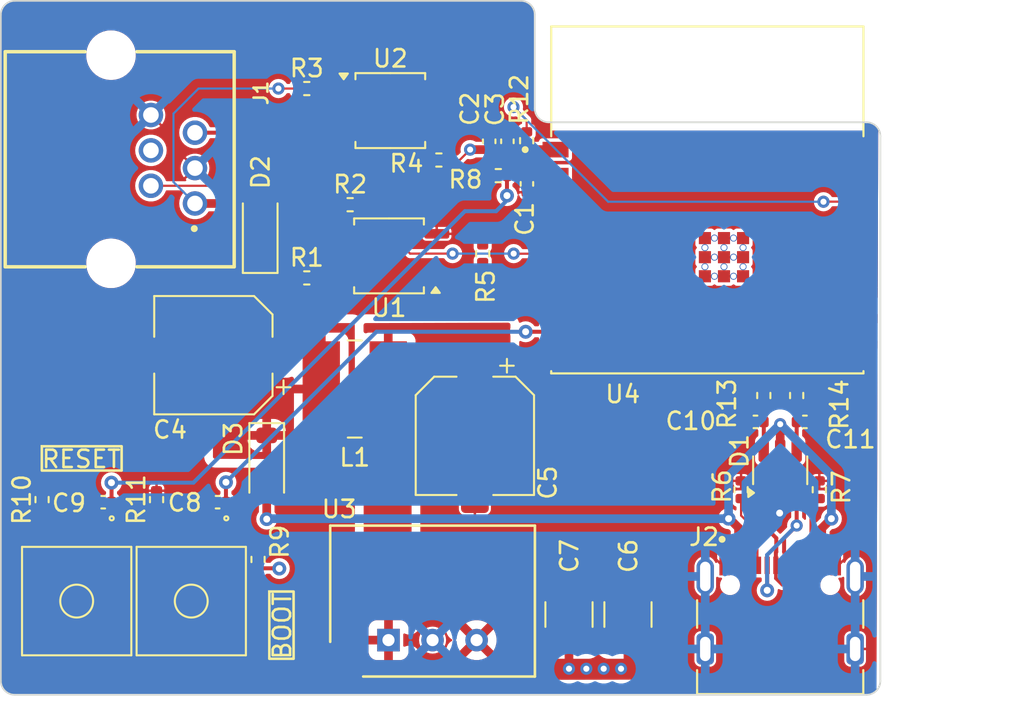
<source format=kicad_pcb>
(kicad_pcb (version 20221018) (generator pcbnew)
  (layers (0 "F.Cu" signal) (1 "In1.Cu" signal) (2 "In2.Cu" signal) (31 "B.Cu" signal) (34 "B.Paste" user) (35 "F.Paste" user) (36 "B.SilkS" user "B.Silkscreen") (37 "F.SilkS" user "F.Silkscreen") (38 "B.Mask" user) (39 "F.Mask" user) (44 "Edge.Cuts" user))
  (net 0 "")
  (net 1 "+3V3")
  (net 2 "GND")
  (net 3 "/EN")
  (net 4 "/BOOT")
  (net 5 "Net-(C10-Pad1)")
  (net 6 "Net-(C11-Pad1)")
  (net 7 "VBUS")
  (net 8 "/D+")
  (net 9 "+5V")
  (net 10 "/D-")
  (net 12 "/REQ")
  (net 13 "Net-(J2-CC1)")
  (net 15 "Net-(J2-CC2)")
  (net 17 "Net-(R1-Pad2)")
  (net 18 "Net-(R3-Pad2)")
  (net 19 "Net-(D2-K)")
  (net 20 "/~{DATA}")
  (net 22 "/RX")
  (net 23 "/RTS")
  (net 24 "Net-(R5-Pad2)")
  (net 31 "Net-(U4-IO2)")
  (net 34 "Net-(U3-VIN)")
  (net 36 "Net-(R11-Pad1)")
  (net 39 "Net-(R10-Pad1)")
  (net 41 "/DA+")
  (net 42 "/DA-")
  (footprint "Resistor_SMD:R_0402_1005Metric" (layer "F.Cu") (at 123.26 70.06 90)
    (fp_text reference "R12" (at 2.38 -0.43 90) (layer "F.SilkS"))
    (fp_text value "10K")
    (pad "1" smd roundrect (at -0.51 0 90) (size 0.54 0.64) (layers "F.Cu" "F.Paste" "F.Mask") (net 1 "+3V3"))
    (pad "2" smd roundrect (at 0.51 0 90) (size 0.54 0.64) (layers "F.Cu" "F.Paste" "F.Mask") (net 31 "Net-(U4-IO2)"))
  )
  (footprint "manul_tech:KSEM31JLFS" (layer "F.Cu") (at 97.32 96.6 -90)
    (fp_text reference "SW1")
    (fp_text value "KSEM31JLFS")
    (pad "1" smd rect (at -2.9 -2 270) (size 2.8 1) (layers "F.Cu" "F.Paste" "F.Mask") (net 3 "/EN"))
    (pad "2" smd rect (at 2.9 -2 270) (size 2.8 1) (layers "F.Cu" "F.Paste" "F.Mask"))
    (pad "3" smd rect (at -2.9 2 270) (size 2.8 1) (layers "F.Cu" "F.Paste" "F.Mask") (net 39 "Net-(R10-Pad1)"))
    (pad "4" smd rect (at 2.9 2 270) (size 2.8 1) (layers "F.Cu" "F.Paste" "F.Mask"))
  )
  (footprint "Capacitor_SMD:CP_Elec_6.3x5.7" (layer "F.Cu") (at 120.275 87.075 -90)
    (fp_text reference "C5" (at 2.7 -4.2 90) (layer "F.SilkS"))
    (fp_text value "10uF")
    (pad "1" smd roundrect (at -2.7 0 270) (size 3.5 1.6) (layers "F.Cu" "F.Paste" "F.Mask") (roundrect_rratio 0.15625) (net 34 "Net-(U3-VIN)"))
    (pad "2" smd roundrect (at 2.7 0 270) (size 3.5 1.6) (layers "F.Cu" "F.Paste" "F.Mask") (roundrect_rratio 0.15625) (net 2 "GND"))
  )
  (footprint "manul_tech:KSEM31JLFS" (layer "F.Cu") (at 103.925 96.6 -90)
    (fp_text reference "SW2")
    (fp_text value "KSEM31JLFS")
    (pad "1" smd rect (at -2.9 -2 270) (size 2.8 1) (layers "F.Cu" "F.Paste" "F.Mask") (net 4 "/BOOT"))
    (pad "2" smd rect (at 2.9 -2 270) (size 2.8 1) (layers "F.Cu" "F.Paste" "F.Mask"))
    (pad "3" smd rect (at -2.9 2 270) (size 2.8 1) (layers "F.Cu" "F.Paste" "F.Mask") (net 36 "Net-(R11-Pad1)"))
    (pad "4" smd rect (at 2.9 2 270) (size 2.8 1) (layers "F.Cu" "F.Paste" "F.Mask"))
  )
  (footprint "manul_tech:615006138421" (layer "F.Cu") (at 99.8 71.13 -90)
    (fp_text reference "J1" (at -3.82 -8.15 90) (layer "F.SilkS") (effects (font (size 0.8 0.8))))
    (fp_text value "615006138421")
    (pad "" np_thru_hole circle (at -6 0.5 270) (size 2.36 2.36) (drill 2.36) (layers "*.Cu" "*.Mask"))
    (pad "" np_thru_hole circle (at 6 0.5 270) (size 2.36 2.36) (drill 2.36) (layers "*.Cu" "*.Mask"))
    (pad "1" thru_hole circle (at 2.55 -4.34 270) (size 1.408 1.408) (drill 0.9) (layers "*.Cu" "*.Mask") (net 9 "+5V"))
    (pad "2" thru_hole circle (at 1.53 -1.8 270) (size 1.408 1.408) (drill 0.9) (layers "*.Cu" "*.Mask") (net 12 "/REQ"))
    (pad "3" thru_hole circle (at 0.51 -4.34 270) (size 1.408 1.408) (drill 0.9) (layers "*.Cu" "*.Mask") (net 2 "GND"))
    (pad "4" thru_hole circle (at -0.51 -1.8 270) (size 1.408 1.408) (drill 0.9) (layers "*.Cu" "*.Mask"))
    (pad "5" thru_hole circle (at -1.53 -4.34 270) (size 1.408 1.408) (drill 0.9) (layers "*.Cu" "*.Mask") (net 20 "/~{DATA}"))
    (pad "6" thru_hole circle (at -2.55 -1.8 270) (size 1.408 1.408) (drill 0.9) (layers "*.Cu" "*.Mask") (net 2 "GND"))
  )
  (footprint "Resistor_SMD:R_0402_1005Metric" (layer "F.Cu") (at 107.775 94.2 90)
    (fp_text reference "R9" (at 1.025 1.25 90) (layer "F.SilkS"))
    (fp_text value "10K")
    (pad "1" smd roundrect (at -0.51 0 90) (size 0.54 0.64) (layers "F.Cu" "F.Paste" "F.Mask") (net 1 "+3V3"))
    (pad "2" smd roundrect (at 0.51 0 90) (size 0.54 0.64) (layers "F.Cu" "F.Paste" "F.Mask") (net 4 "/BOOT"))
  )
  (footprint "Capacitor_SMD:C_0402_1005Metric" (layer "F.Cu") (at 136.45 86.27 180)
    (fp_text reference "C10" (at 3.73 0.05) (layer "F.SilkS"))
    (fp_text value "TBD")
    (pad "1" smd roundrect (at -0.48 0 180) (size 0.56 0.62) (layers "F.Cu" "F.Paste" "F.Mask") (net 5 "Net-(C10-Pad1)"))
    (pad "2" smd roundrect (at 0.48 0 180) (size 0.56 0.62) (layers "F.Cu" "F.Paste" "F.Mask") (net 2 "GND"))
  )
  (footprint "Resistor_SMD:R_0402_1005Metric" (layer "F.Cu") (at 110.585 67.055)
    (fp_text reference "R3" (at 0 -1.17) (layer "F.SilkS"))
    (fp_text value "1K")
    (pad "1" smd roundrect (at -0.51 0) (size 0.54 0.64) (layers "F.Cu" "F.Paste" "F.Mask") (net 9 "+5V"))
    (pad "2" smd roundrect (at 0.51 0) (size 0.54 0.64) (layers "F.Cu" "F.Paste" "F.Mask") (net 18 "Net-(R3-Pad2)"))
  )
  (footprint "Capacitor_SMD:C_0402_1005Metric" (layer "F.Cu") (at 121.1 70.095 90)
    (fp_text reference "C2" (at 1.865 -1.11 90) (layer "F.SilkS"))
    (fp_text value "100nF")
    (pad "1" smd roundrect (at -0.48 0 90) (size 0.56 0.62) (layers "F.Cu" "F.Paste" "F.Mask") (net 1 "+3V3"))
    (pad "2" smd roundrect (at 0.48 0 90) (size 0.56 0.62) (layers "F.Cu" "F.Paste" "F.Mask") (net 2 "GND"))
  )
  (footprint "Resistor_SMD:R_0402_1005Metric" (layer "F.Cu") (at 138.825 84.75 90)
    (fp_text reference "R14" (at -0.52 2.465 90) (layer "F.SilkS"))
    (fp_text value "0R")
    (pad "1" smd roundrect (at -0.51 0 90) (size 0.54 0.64) (layers "F.Cu" "F.Paste" "F.Mask") (net 6 "Net-(C11-Pad1)"))
    (pad "2" smd roundrect (at 0.51 0 90) (size 0.54 0.64) (layers "F.Cu" "F.Paste" "F.Mask") (net 42 "/DA-"))
  )
  (footprint "manul_tech:MODULE_ESP32-C3-WROOM-02-H4" (layer "F.Cu") (at 133.675 73.475)
    (fp_text reference "U4" (at -4.875 11.2) (layer "F.SilkS"))
    (fp_text value "ESP32-C3-WROOM-02U-N4")
    (pad "1" smd rect (at -8.75 -2.9) (size 1.5 0.9) (layers "F.Cu" "F.Paste" "F.Mask") (net 1 "+3V3"))
    (pad "2" smd rect (at -8.75 -1.4) (size 1.5 0.9) (layers "F.Cu" "F.Paste" "F.Mask") (net 3 "/EN"))
    (pad "3" smd rect (at -8.75 0.1) (size 1.5 0.9) (layers "F.Cu" "F.Paste" "F.Mask"))
    (pad "4" smd rect (at -8.75 1.6) (size 1.5 0.9) (layers "F.Cu" "F.Paste" "F.Mask") (net 23 "/RTS"))
    (pad "5" smd rect (at -8.75 3.1) (size 1.5 0.9) (layers "F.Cu" "F.Paste" "F.Mask") (net 22 "/RX"))
    (pad "6" smd rect (at -8.75 4.6) (size 1.5 0.9) (layers "F.Cu" "F.Paste" "F.Mask"))
    (pad "7" smd rect (at -8.75 6.1) (size 1.5 0.9) (layers "F.Cu" "F.Paste" "F.Mask"))
    (pad "8" smd rect (at -8.75 7.6) (size 1.5 0.9) (layers "F.Cu" "F.Paste" "F.Mask") (net 4 "/BOOT"))
    (pad "9" smd rect (at -8.75 9.1) (size 1.5 0.9) (layers "F.Cu" "F.Paste" "F.Mask") (net 2 "GND"))
    (pad "10" smd rect (at 8.75 9.1) (size 1.5 0.9) (layers "F.Cu" "F.Paste" "F.Mask"))
    (pad "11" smd rect (at 8.75 7.6) (size 1.5 0.9) (layers "F.Cu" "F.Paste" "F.Mask"))
    (pad "12" smd rect (at 8.75 6.1) (size 1.5 0.9) (layers "F.Cu" "F.Paste" "F.Mask"))
    (pad "13" smd rect (at 8.75 4.6) (size 1.5 0.9) (layers "F.Cu" "F.Paste" "F.Mask") (net 42 "/DA-"))
    (pad "14" smd rect (at 8.75 3.1) (size 1.5 0.9) (layers "F.Cu" "F.Paste" "F.Mask") (net 41 "/DA+"))
    (pad "15" smd rect (at 8.75 1.6) (size 1.5 0.9) (layers "F.Cu" "F.Paste" "F.Mask"))
    (pad "16" smd rect (at 8.75 0.1) (size 1.5 0.9) (layers "F.Cu" "F.Paste" "F.Mask") (net 31 "Net-(U4-IO2)"))
    (pad "17" smd rect (at 8.75 -1.4) (size 1.5 0.9) (layers "F.Cu" "F.Paste" "F.Mask"))
    (pad "18" smd rect (at 8.75 -2.9) (size 1.5 0.9) (layers "F.Cu" "F.Paste" "F.Mask"))
    (pad "19" smd rect (at -0.14 2.2) (size 0.7 0.7) (layers "F.Cu" "F.Paste" "F.Mask"))
    (pad "20" smd rect (at 0.96 2.2) (size 0.7 0.7) (layers "F.Cu" "F.Paste" "F.Mask"))
    (pad "21" smd rect (at 2.06 2.2) (size 0.7 0.7) (layers "F.Cu" "F.Paste" "F.Mask"))
    (pad "22" smd rect (at -0.14 3.3) (size 0.7 0.7) (layers "F.Cu" "F.Paste" "F.Mask"))
    (pad "23" smd rect (at 0.96 3.3) (size 0.7 0.7) (layers "F.Cu" "F.Paste" "F.Mask"))
    (pad "24" smd rect (at 2.06 3.3) (size 0.7 0.7) (layers "F.Cu" "F.Paste" "F.Mask"))
    (pad "25" smd rect (at -0.14 4.4) (size 0.7 0.7) (layers "F.Cu" "F.Paste" "F.Mask"))
    (pad "26" smd rect (at 0.96 4.4) (size 0.7 0.7) (layers "F.Cu" "F.Paste" "F.Mask"))
    (pad "27" smd rect (at 2.06 4.4) (size 0.7 0.7) (layers "F.Cu" "F.Paste" "F.Mask"))
    (pad "28" thru_hole circle (at 0.41 2.2) (size 0.4 0.4) (drill 0.3) (layers "*.Cu"))
    (pad "29" thru_hole circle (at 1.51 2.2) (size 0.4 0.4) (drill 0.3) (layers "*.Cu"))
    (pad "30" thru_hole circle (at -0.14 2.75) (size 0.4 0.4) (drill 0.3) (layers "*.Cu"))
    (pad "31" thru_hole circle (at 0.96 2.75) (size 0.4 0.4) (drill 0.3) (layers "*.Cu"))
    (pad "32" thru_hole circle (at 2.06 2.75) (size 0.4 0.4) (drill 0.3) (layers "*.Cu"))
    (pad "33" thru_hole circle (at 0.41 3.3) (size 0.4 0.4) (drill 0.3) (layers "*.Cu"))
    (pad "34" thru_hole circle (at 1.51 3.3) (size 0.4 0.4) (drill 0.3) (layers "*.Cu"))
    (pad "35" thru_hole circle (at -0.14 3.85) (size 0.4 0.4) (drill 0.3) (layers "*.Cu"))
    (pad "36" thru_hole circle (at 0.96 3.85) (size 0.4 0.4) (drill 0.3) (layers "*.Cu"))
    (pad "37" thru_hole circle (at 2.06 3.85) (size 0.4 0.4) (drill 0.3) (layers "*.Cu"))
    (pad "38" thru_hole circle (at 0.41 4.4) (size 0.4 0.4) (drill 0.3) (layers "*.Cu"))
    (pad "39" thru_hole circle (at 1.51 4.4) (size 0.4 0.4) (drill 0.3) (layers "*.Cu"))
    (zone (net 0) (net_name "") (layer "F.Cu") (connect_pads (clearance 0)) (min_thickness 0.01)
      (keepout (tracks not_allowed) (vias not_allowed) (pads not_allowed) (copperpour not_allowed) (footprints allowed))
      (fill (thermal_gap 0.508) (thermal_bridge_width 0.508))
      (polygon (pts (xy 124.675 63.475) (xy 142.675 63.475) (xy 142.675 69.475) (xy 124.675 69.475)))
    )
    (zone (net 0) (net_name "") (layer "B.Cu") (connect_pads (clearance 0)) (min_thickness 0.01)
      (keepout (tracks not_allowed) (vias not_allowed) (pads not_allowed) (copperpour not_allowed) (footprints allowed))
      (fill (thermal_gap 0.508) (thermal_bridge_width 0.508))
      (polygon (pts (xy 124.675 63.475) (xy 142.675 63.475) (xy 142.675 69.475) (xy 124.675 69.475)))
    )
  )
  (footprint "Resistor_SMD:R_0402_1005Metric" (layer "F.Cu") (at 135.62 90.18 -90)
    (fp_text reference "R6" (at -0.19 1.1 90) (layer "F.SilkS"))
    (fp_text value "5.1K")
    (pad "1" smd roundrect (at -0.51 0 270) (size 0.54 0.64) (layers "F.Cu" "F.Paste" "F.Mask") (net 2 "GND"))
    (pad "2" smd roundrect (at 0.51 0 270) (size 0.54 0.64) (layers "F.Cu" "F.Paste" "F.Mask") (net 13 "Net-(J2-CC1)"))
  )
  (footprint "Resistor_SMD:R_0402_1005Metric" (layer "F.Cu") (at 136.93 84.75 90)
    (fp_text reference "R13" (at -0.48 -2.12 90) (layer "F.SilkS"))
    (fp_text value "0R")
    (pad "1" smd roundrect (at -0.51 0 90) (size 0.54 0.64) (layers "F.Cu" "F.Paste" "F.Mask") (net 5 "Net-(C10-Pad1)"))
    (pad "2" smd roundrect (at 0.51 0 90) (size 0.54 0.64) (layers "F.Cu" "F.Paste" "F.Mask") (net 41 "/DA+"))
  )
  (footprint "Package_SO:SOP-4_3.8x4.1mm_P2.54mm" (layer "F.Cu") (at 115.4 68.325)
    (fp_text reference "U2" (at 0 -3) (layer "F.SilkS"))
    (fp_text value "140357145100")
    (pad "1" smd roundrect (at -2.75 -1.27) (size 1.45 0.55) (layers "F.Cu" "F.Paste" "F.Mask") (net 18 "Net-(R3-Pad2)"))
    (pad "2" smd roundrect (at -2.75 1.27) (size 1.45 0.55) (layers "F.Cu" "F.Paste" "F.Mask") (net 20 "/~{DATA}"))
    (pad "3" smd roundrect (at 2.75 1.27) (size 1.45 0.55) (layers "F.Cu" "F.Paste" "F.Mask") (net 2 "GND"))
    (pad "4" smd roundrect (at 2.75 -1.27) (size 1.45 0.55) (layers "F.Cu" "F.Paste" "F.Mask") (net 22 "/RX"))
  )
  (footprint "Capacitor_SMD:CP_Elec_6.3x5.7" (layer "F.Cu") (at 105.2 82.425 180)
    (fp_text reference "C4" (at 2.5 -4.3) (layer "F.SilkS"))
    (fp_text value "10uF")
    (pad "1" smd roundrect (at -2.7 0 180) (size 3.5 1.6) (layers "F.Cu" "F.Paste" "F.Mask") (roundrect_rratio 0.15625) (net 19 "Net-(D2-K)"))
    (pad "2" smd roundrect (at 2.7 0 180) (size 3.5 1.6) (layers "F.Cu" "F.Paste" "F.Mask") (roundrect_rratio 0.15625) (net 2 "GND"))
  )
  (footprint "Resistor_SMD:R_0402_1005Metric" (layer "F.Cu") (at 95.325 90.75 90)
    (fp_text reference "R10" (at 0 -1.17 90) (layer "F.SilkS"))
    (fp_text value "220R")
    (pad "1" smd roundrect (at -0.51 0 90) (size 0.54 0.64) (layers "F.Cu" "F.Paste" "F.Mask") (net 39 "Net-(R10-Pad1)"))
    (pad "2" smd roundrect (at 0.51 0 90) (size 0.54 0.64) (layers "F.Cu" "F.Paste" "F.Mask") (net 2 "GND"))
  )
  (footprint "Capacitor_SMD:C_1210_3225Metric" (layer "F.Cu") (at 129.1 97.375 90)
    (fp_text reference "C6" (at 3.375 0.025 90) (layer "F.SilkS"))
    (fp_text value "22uF")
    (pad "1" smd roundrect (at -1.475 0 90) (size 1.15 2.7) (layers "F.Cu" "F.Paste" "F.Mask") (roundrect_rratio 0.217391) (net 1 "+3V3"))
    (pad "2" smd roundrect (at 1.475 0 90) (size 1.15 2.7) (layers "F.Cu" "F.Paste" "F.Mask") (roundrect_rratio 0.217391) (net 2 "GND"))
  )
  (footprint "Package_TO_SOT_SMD:SOT-23-6" (layer "F.Cu") (at 137.875 89.06 90)
    (fp_text reference "D1" (at 1.11 -2.345 90) (layer "F.SilkS"))
    (fp_text value "82400102")
    (pad "1" smd roundrect (at -1.1375 -0.95 90) (size 1.325 0.6) (layers "F.Cu" "F.Paste" "F.Mask") (net 8 "/D+"))
    (pad "2" smd roundrect (at -1.1375 0 90) (size 1.325 0.6) (layers "F.Cu" "F.Paste" "F.Mask") (net 2 "GND"))
    (pad "3" smd roundrect (at -1.1375 0.95 90) (size 1.325 0.6) (layers "F.Cu" "F.Paste" "F.Mask") (net 10 "/D-"))
    (pad "4" smd roundrect (at 1.1375 0.95 90) (size 1.325 0.6) (layers "F.Cu" "F.Paste" "F.Mask") (net 6 "Net-(C11-Pad1)"))
    (pad "5" smd roundrect (at 1.1375 0 90) (size 1.325 0.6) (layers "F.Cu" "F.Paste" "F.Mask") (net 7 "VBUS"))
    (pad "6" smd roundrect (at 1.1375 -0.95 90) (size 1.325 0.6) (layers "F.Cu" "F.Paste" "F.Mask") (net 5 "Net-(C10-Pad1)"))
  )
  (footprint "Diode_SMD:D_SOD-123" (layer "F.Cu") (at 107.9 75.325 90)
    (fp_text reference "D2" (at 3.45 0.025 90) (layer "F.SilkS"))
    (fp_text value "1N5819W")
    (pad "1" smd roundrect (at -1.65 0 90) (size 0.9 1.2) (layers "F.Cu" "F.Paste" "F.Mask") (net 19 "Net-(D2-K)"))
    (pad "2" smd roundrect (at 1.65 0 90) (size 0.9 1.2) (layers "F.Cu" "F.Paste" "F.Mask") (net 9 "+5V"))
  )
  (footprint "Inductor_SMD:L_Wuerth_WE-PD2-Typ-MS" (layer "F.Cu") (at 113.35 84.375)
    (fp_text reference "L1" (at 0 3.95) (layer "F.SilkS"))
    (fp_text value "1uH")
    (pad "1" smd rect (at -1.93 0) (size 2.15 5.5) (layers "F.Cu" "F.Paste" "F.Mask") (net 19 "Net-(D2-K)"))
    (pad "2" smd rect (at 1.93 0) (size 2.15 5.5) (layers "F.Cu" "F.Paste" "F.Mask") (net 34 "Net-(U3-VIN)"))
  )
  (footprint "Capacitor_SMD:C_0402_1005Metric" (layer "F.Cu") (at 123.275 72.55 -90)
    (fp_text reference "C1" (at 2.02 0.125 -90) (layer "F.SilkS"))
    (fp_text value "10uF")
    (pad "1" smd roundrect (at -0.48 0 270) (size 0.56 0.62) (layers "F.Cu" "F.Paste" "F.Mask") (net 3 "/EN"))
    (pad "2" smd roundrect (at 0.48 0 270) (size 0.56 0.62) (layers "F.Cu" "F.Paste" "F.Mask") (net 2 "GND"))
  )
  (footprint "Resistor_SMD:R_0402_1005Metric" (layer "F.Cu") (at 120.725 76.575 -90)
    (fp_text reference "R5" (at 1.9 -0.175 -270) (layer "F.SilkS"))
    (fp_text value "220R")
    (pad "1" smd roundrect (at -0.51 0 270) (size 0.54 0.64) (layers "F.Cu" "F.Paste" "F.Mask") (net 23 "/RTS"))
    (pad "2" smd roundrect (at 0.51 0 270) (size 0.54 0.64) (layers "F.Cu" "F.Paste" "F.Mask") (net 24 "Net-(R5-Pad2)"))
  )
  (footprint "Package_SO:SOP-4_3.8x4.1mm_P2.54mm" (layer "F.Cu") (at 115.325 76.7 180)
    (fp_text reference "U1" (at 0 -3) (layer "F.SilkS"))
    (fp_text value "140357145100")
    (pad "1" smd roundrect (at -2.75 -1.27 180) (size 1.45 0.55) (layers "F.Cu" "F.Paste" "F.Mask") (net 24 "Net-(R5-Pad2)"))
    (pad "2" smd roundrect (at -2.75 1.27 180) (size 1.45 0.55) (layers "F.Cu" "F.Paste" "F.Mask") (net 2 "GND"))
    (pad "3" smd roundrect (at 2.75 1.27 180) (size 1.45 0.55) (layers "F.Cu" "F.Paste" "F.Mask") (net 12 "/REQ"))
    (pad "4" smd roundrect (at 2.75 -1.27 180) (size 1.45 0.55) (layers "F.Cu" "F.Paste" "F.Mask") (net 17 "Net-(R1-Pad2)"))
  )
  (footprint "Resistor_SMD:R_0402_1005Metric" (layer "F.Cu") (at 140.13 90.18 90)
    (fp_text reference "R7" (at 0.14 1.27 90) (layer "F.SilkS"))
    (fp_text value "5.1K")
    (pad "1" smd roundrect (at -0.51 0 90) (size 0.54 0.64) (layers "F.Cu" "F.Paste" "F.Mask") (net 15 "Net-(J2-CC2)"))
    (pad "2" smd roundrect (at 0.51 0 90) (size 0.54 0.64) (layers "F.Cu" "F.Paste" "F.Mask") (net 2 "GND"))
  )
  (footprint "Resistor_SMD:R_0402_1005Metric" (layer "F.Cu") (at 101.925 90.75 90)
    (fp_text reference "R11" (at 0 -1.17 90) (layer "F.SilkS"))
    (fp_text value "220R")
    (pad "1" smd roundrect (at -0.51 0 90) (size 0.54 0.64) (layers "F.Cu" "F.Paste" "F.Mask") (net 36 "Net-(R11-Pad1)"))
    (pad "2" smd roundrect (at 0.51 0 90) (size 0.54 0.64) (layers "F.Cu" "F.Paste" "F.Mask") (net 2 "GND"))
  )
  (footprint "Resistor_SMD:R_0402_1005Metric" (layer "F.Cu") (at 110.585 77.97)
    (fp_text reference "R1" (at 0 -1.17) (layer "F.SilkS"))
    (fp_text value "10K")
    (pad "1" smd roundrect (at -0.51 0) (size 0.54 0.64) (layers "F.Cu" "F.Paste" "F.Mask") (net 9 "+5V"))
    (pad "2" smd roundrect (at 0.51 0) (size 0.54 0.64) (layers "F.Cu" "F.Paste" "F.Mask") (net 17 "Net-(R1-Pad2)"))
  )
  (footprint "Resistor_SMD:R_0402_1005Metric" (layer "F.Cu") (at 113.085 73.75)
    (fp_text reference "R2" (at 0 -1.17) (layer "F.SilkS"))
    (fp_text value "1M")
    (pad "1" smd roundrect (at -0.51 0) (size 0.54 0.64) (layers "F.Cu" "F.Paste" "F.Mask") (net 12 "/REQ"))
    (pad "2" smd roundrect (at 0.51 0) (size 0.54 0.64) (layers "F.Cu" "F.Paste" "F.Mask") (net 2 "GND"))
  )
  (footprint "manul_tech:SIP3_11.6x8.5mm" (layer "F.Cu") (at 115.295 98.85)
    (fp_text reference "U3" (at -2.845 -7.55) (layer "F.SilkS"))
    (fp_text value "173950336")
    (pad "1" thru_hole rect (at 0 0 270) (size 1.3 1.3) (drill 0.7) (layers "*.Cu" "*.Mask") (net 34 "Net-(U3-VIN)"))
    (pad "2" thru_hole circle (at 2.54 0 180) (size 1.3 1.3) (drill 0.7) (layers "*.Cu" "*.Mask") (net 2 "GND"))
    (pad "3" thru_hole circle (at 5.08 0 270) (size 1.3 1.3) (drill 0.7) (layers "*.Cu" "*.Mask") (net 1 "+3V3"))
  )
  (footprint "Capacitor_SMD:C_0402_1005Metric" (layer "F.Cu") (at 122.15 70.095 90)
    (fp_text reference "C3" (at 1.845 -0.72 270) (layer "F.SilkS"))
    (fp_text value "10uF")
    (pad "1" smd roundrect (at -0.48 0 90) (size 0.56 0.62) (layers "F.Cu" "F.Paste" "F.Mask") (net 1 "+3V3"))
    (pad "2" smd roundrect (at 0.48 0 90) (size 0.56 0.62) (layers "F.Cu" "F.Paste" "F.Mask") (net 2 "GND"))
  )
  (footprint "Capacitor_SMD:C_0402_1005Metric" (layer "F.Cu") (at 105.445 90.9)
    (fp_text reference "C8" (at -1.895 0.025) (layer "F.SilkS"))
    (fp_text value "100nF")
    (pad "1" smd roundrect (at -0.48 0) (size 0.56 0.62) (layers "F.Cu" "F.Paste" "F.Mask") (net 2 "GND"))
    (pad "2" smd roundrect (at 0.48 0) (size 0.56 0.62) (layers "F.Cu" "F.Paste" "F.Mask") (net 4 "/BOOT"))
  )
  (footprint "manul_tech:629722000214" (layer "F.Cu") (at 137.875 99.36)
    (fp_text reference "J2" (at -4.39 -6.455) (layer "F.SilkS"))
    (fp_text value "629722000214")
    (pad "" np_thru_hole circle (at -2.89 -3.68) (size 0.65 0.65) (drill 0.65) (layers "*.Cu" "*.Mask"))
    (pad "" np_thru_hole circle (at 2.89 -3.68) (size 0.65 0.65) (drill 0.65) (layers "*.Cu" "*.Mask"))
    (pad "A1" smd custom (at -3.35 -4.82) (size 0.3 1) (layers "F.Cu") (net 2 "GND") (options (clearance outline) (anchor rect)) (primitives (gr_poly (pts (xy -0.15 -0.575) (xy -0.15 0.575) (xy 0.45 0.575) (xy 0.45 -0.575)) (width 0.01) (fill yes))))
    (pad "A4" smd custom (at -2.55 -4.82) (size 0.3 1) (layers "F.Cu") (net 7 "VBUS") (options (clearance outline) (anchor rect)) (primitives (gr_poly (pts (xy -0.15 -0.575) (xy -0.15 0.575) (xy 0.45 0.575) (xy 0.45 -0.575)) (width 0.01) (fill yes))))
    (pad "A5" smd rect (at -1.25 -4.82) (size 0.3 1) (layers "F.Cu" "F.Paste" "F.Mask") (net 13 "Net-(J2-CC1)"))
    (pad "A6" smd rect (at -0.25 -4.82) (size 0.3 1) (layers "F.Cu" "F.Paste" "F.Mask") (net 8 "/D+"))
    (pad "A7" smd rect (at 0.25 -4.82) (size 0.3 1) (layers "F.Cu" "F.Paste" "F.Mask") (net 10 "/D-"))
    (pad "A8" smd rect (at 1.25 -4.82) (size 0.3 1) (layers "F.Cu" "F.Paste" "F.Mask"))
    (pad "A9" smd custom (at 2.55 -4.82) (size 0.3 1) (layers "F.Cu") (net 7 "VBUS") (options (clearance outline) (anchor rect)) (primitives (gr_poly (pts (xy -0.45 -0.575) (xy -0.45 0.575) (xy 0.15 0.575) (xy 0.15 -0.575)) (width 0.01) (fill yes))))
    (pad "A12" smd custom (at 3.35 -4.82) (size 0.3 1) (layers "F.Cu") (net 2 "GND") (options (clearance outline) (anchor rect)) (primitives (gr_poly (pts (xy -0.45 -0.575) (xy -0.45 0.575) (xy 0.15 0.575) (xy 0.15 -0.575)) (width 0.01) (fill yes))))
    (pad "B5" smd rect (at 1.75 -4.82) (size 0.3 1) (layers "F.Cu" "F.Paste" "F.Mask") (net 15 "Net-(J2-CC2)"))
    (pad "B6" smd rect (at 0.75 -4.82) (size 0.3 1) (layers "F.Cu" "F.Paste" "F.Mask") (net 8 "/D+"))
    (pad "B7" smd rect (at -0.75 -4.82) (size 0.3 1) (layers "F.Cu" "F.Paste" "F.Mask") (net 10 "/D-"))
    (pad "B8" smd rect (at -1.75 -4.82) (size 0.3 1) (layers "F.Cu" "F.Paste" "F.Mask"))
    (pad "S1" thru_hole oval (at -4.32 -4.18) (size 1 2.1) (drill oval 0.6 1.7) (layers "*.Cu" "*.Mask") (net 2 "GND"))
    (pad "S2" thru_hole oval (at 4.32 -4.18) (size 1 2.1) (drill oval 0.6 1.7) (layers "*.Cu" "*.Mask") (net 2 "GND"))
    (pad "S3" thru_hole roundrect (at -4.32 0) (size 1 1.8) (drill oval 0.6 1.4) (layers "*.Cu" "*.Mask") (net 2 "GND"))
    (pad "S4" thru_hole roundrect (at 4.32 0) (size 1 1.8) (drill oval 0.6 1.4) (layers "*.Cu" "*.Mask") (net 2 "GND"))
  )
  (footprint "Capacitor_SMD:C_1210_3225Metric" (layer "F.Cu") (at 125.7 97.375 90)
    (fp_text reference "C7" (at 3.375 0.025 90) (layer "F.SilkS"))
    (fp_text value "22uF")
    (pad "1" smd roundrect (at -1.475 0 90) (size 1.15 2.7) (layers "F.Cu" "F.Paste" "F.Mask") (roundrect_rratio 0.217391) (net 1 "+3V3"))
    (pad "2" smd roundrect (at 1.475 0 90) (size 1.15 2.7) (layers "F.Cu" "F.Paste" "F.Mask") (roundrect_rratio 0.217391) (net 2 "GND"))
  )
  (footprint "Diode_SMD:D_SOD-123" (layer "F.Cu") (at 108.275 88.7 -90)
    (fp_text reference "D3" (at -1.45 1.925 90) (layer "F.SilkS"))
    (fp_text value "1N5819W")
    (pad "1" smd roundrect (at -1.65 0 270) (size 0.9 1.2) (layers "F.Cu" "F.Paste" "F.Mask") (net 19 "Net-(D2-K)"))
    (pad "2" smd roundrect (at 1.65 0 270) (size 0.9 1.2) (layers "F.Cu" "F.Paste" "F.Mask") (net 7 "VBUS"))
  )
  (footprint "Capacitor_SMD:C_0402_1005Metric" (layer "F.Cu") (at 139.3 86.27)
    (fp_text reference "C11" (at 2.62 1.01) (layer "F.SilkS"))
    (fp_text value "TBD")
    (pad "1" smd roundrect (at -0.48 0) (size 0.56 0.62) (layers "F.Cu" "F.Paste" "F.Mask") (net 6 "Net-(C11-Pad1)"))
    (pad "2" smd roundrect (at 0.48 0) (size 0.56 0.62) (layers "F.Cu" "F.Paste" "F.Mask") (net 2 "GND"))
  )
  (footprint "Capacitor_SMD:C_0402_1005Metric" (layer "F.Cu") (at 98.85 90.9)
    (fp_text reference "C9" (at -1.975 0.05) (layer "F.SilkS"))
    (fp_text value "100nF")
    (pad "1" smd roundrect (at -0.48 0) (size 0.56 0.62) (layers "F.Cu" "F.Paste" "F.Mask") (net 2 "GND"))
    (pad "2" smd roundrect (at 0.48 0) (size 0.56 0.62) (layers "F.Cu" "F.Paste" "F.Mask") (net 3 "/EN"))
  )
  (footprint "Resistor_SMD:R_0402_1005Metric" (layer "F.Cu") (at 118.2 71.175 180)
    (fp_text reference "R4" (at 1.87 -0.205) (layer "F.SilkS"))
    (fp_text value "10K")
    (pad "1" smd roundrect (at -0.51 0 180) (size 0.54 0.64) (layers "F.Cu" "F.Paste" "F.Mask") (net 1 "+3V3"))
    (pad "2" smd roundrect (at 0.51 0 180) (size 0.54 0.64) (layers "F.Cu" "F.Paste" "F.Mask") (net 22 "/RX"))
  )
  (footprint "Resistor_SMD:R_0402_1005Metric" (layer "F.Cu") (at 121.625 72.075)
    (fp_text reference "R8" (at -1.895 0.225) (layer "F.SilkS"))
    (fp_text value "10K")
    (pad "1" smd roundrect (at -0.51 0) (size 0.54 0.64) (layers "F.Cu" "F.Paste" "F.Mask") (net 1 "+3V3"))
    (pad "2" smd roundrect (at 0.51 0) (size 0.54 0.64) (layers "F.Cu" "F.Paste" "F.Mask") (net 3 "/EN"))
  )
  (gr_rect (start 108.425 96.05) (end 109.825 99.925) (stroke (width 0.15)) (fill none) (layer "F.SilkS"))
  (gr_rect (start 95.3125 87.675) (end 99.9125 89.075) (stroke (width 0.15)) (fill none) (layer "F.SilkS"))
  (gr_arc (start 92.95 62.8) (mid 93.184315 62.234315) (end 93.75 62) (stroke (width 0.1)) (layer "Edge.Cuts"))
  (gr_arc (start 143.65 101.2) (mid 143.415685 101.765685) (end 142.85 102) (stroke (width 0.1)) (layer "Edge.Cuts"))
  (gr_arc (start 122.925 62) (mid 123.490685 62.234315) (end 123.725 62.8) (stroke (width 0.1)) (layer "Edge.Cuts"))
  (gr_line (start 142.85 69) (end 124.525 69) (stroke (width 0.1)) (layer "Edge.Cuts"))
  (gr_arc (start 93.75 102) (mid 93.184315 101.765685) (end 92.95 101.2) (stroke (width 0.1)) (layer "Edge.Cuts"))
  (gr_line (start 92.95 62.8) (end 92.95 101.2) (stroke (width 0.1)) (layer "Edge.Cuts"))
  (gr_line (start 143.65 69.8) (end 143.65 101.2) (stroke (width 0.1)) (layer "Edge.Cuts"))
  (gr_arc (start 142.85 69) (mid 143.415685 69.234315) (end 143.65 69.8) (stroke (width 0.1)) (layer "Edge.Cuts"))
  (gr_line (start 142.85 102) (end 93.75 102) (stroke (width 0.1)) (layer "Edge.Cuts"))
  (gr_line (start 93.75 62) (end 122.925 62) (stroke (width 0.1)) (layer "Edge.Cuts"))
  (gr_line (start 123.725 62.8) (end 123.725 68.2) (stroke (width 0.1)) (layer "Edge.Cuts"))
  (gr_arc (start 124.525 69) (mid 123.959315 68.765685) (end 123.725 68.2) (stroke (width 0.1)) (layer "Edge.Cuts"))
  (gr_text "BOOT" (at 109.75 100.05 90) (layer "F.SilkS") (effects (font (size 1 1)) (justify left bottom)))
  (gr_text "RESET" (at 95.225 89) (layer "F.SilkS") (effects (font (size 1 1)) (justify left bottom)))
  (segment (start 121.425 70.575) (end 121.1 70.575) (width 0.5) (layer "F.Cu") (net 1))
  (segment (start 121.115 72.075) (end 121.115 70.59) (width 0.125) (layer "F.Cu") (net 1))
  (segment (start 107.775 94.71) (end 108.985 94.71) (width 0.23) (layer "F.Cu") (net 1))
  (segment (start 108.985 94.71) (end 109 94.725) (width 0.23) (layer "F.Cu") (net 1))
  (segment (start 121.115 70.59) (end 121.1 70.575) (width 0.5) (layer "F.Cu") (net 1))
  (segment (start 120 70.575) (end 121.425 70.575) (width 0.5) (layer "F.Cu") (net 1))
  (segment (start 118.71 71.175) (end 119.4 71.175) (width 0.125) (layer "F.Cu") (net 1))
  (segment (start 119.4 71.175) (end 120 70.575) (width 0.125) (layer "F.Cu") (net 1))
  (segment (start 124.925 70.575) (end 121.425 70.575) (width 0.5) (layer "F.Cu") (net 1))
  (via (at 128.7 100.5) (size 0.7) (drill 0.35) (layers "F.Cu" "B.Cu") (net 1))
  (via (at 126.7 100.5) (size 0.7) (drill 0.35) (layers "F.Cu" "B.Cu") (net 1))
  (via (at 109 94.725) (size 0.8) (drill 0.4) (layers "F.Cu" "B.Cu") (net 1))
  (via (at 120 70.575) (size 0.7) (drill 0.35) (layers "F.Cu" "B.Cu") (net 1))
  (via (at 127.7 100.5) (size 0.7) (drill 0.35) (layers "F.Cu" "B.Cu") (net 1))
  (via (at 125.7 100.5) (size 0.7) (drill 0.35) (layers "F.Cu" "B.Cu") (net 1))
  (segment (start 137.875 91.494363) (end 137.842402 91.526961) (width 0.5) (layer "F.Cu") (net 2))
  (segment (start 137.875 90.1975) (end 137.875 91.494363) (width 0.5) (layer "F.Cu") (net 2))
  (via (at 137.842402 91.526961) (size 0.8) (drill 0.4) (layers "F.Cu" "B.Cu") (net 2))
  (segment (start 99.33 90.9) (end 99.33 93.745) (width 0.23) (layer "F.Cu") (net 3))
  (segment (start 122.125 73.225) (end 122.125 72.085) (width 0.23) (layer "F.Cu") (net 3))
  (segment (start 122.125 72.085) (end 122.135 72.075) (width 0.23) (layer "F.Cu") (net 3))
  (segment (start 99.33 89.78) (end 99.325 89.775) (width 0.23) (layer "F.Cu") (net 3))
  (segment (start 99.33 90.9) (end 99.33 89.78) (width 0.23) (layer "F.Cu") (net 3))
  (segment (start 122.135 72.075) (end 124.925 72.075) (width 0.125) (layer "F.Cu") (net 3))
  (segment (start 99.33 93.745) (end 99.325 93.75) (width 0.23) (layer "F.Cu") (net 3))
  (via (at 99.325 89.775) (size 0.8) (drill 0.4) (layers "F.Cu" "B.Cu") (net 3))
  (via (at 122.125 73.225) (size 0.8) (drill 0.4) (layers "F.Cu" "B.Cu") (net 3))
  (segment (start 121.5 74.125) (end 122.125 73.5) (width 0.23) (layer "B.Cu") (net 3))
  (segment (start 122.125 73.5) (end 122.125 73.225) (width 0.23) (layer "B.Cu") (net 3))
  (segment (start 104.05 89.775) (end 119.525 74.3) (width 0.23) (layer "B.Cu") (net 3))
  (segment (start 99.325 89.775) (end 104.05 89.775) (width 0.23) (layer "B.Cu") (net 3))
  (segment (start 119.7 74.125) (end 121.5 74.125) (width 0.23) (layer "B.Cu") (net 3))
  (segment (start 119.525 74.3) (end 119.7 74.125) (width 0.23) (layer "B.Cu") (net 3))
  (segment (start 105.925 90.9) (end 105.925 89.75) (width 0.23) (layer "F.Cu") (net 4))
  (segment (start 105.925 90.9) (end 105.925 93.7) (width 0.23) (layer "F.Cu") (net 4))
  (segment (start 105.935 93.69) (end 105.925 93.7) (width 0.23) (layer "F.Cu") (net 4))
  (segment (start 123.2 81.075) (end 124.925 81.075) (width 0.23) (layer "F.Cu") (net 4))
  (segment (start 107.775 93.69) (end 105.935 93.69) (width 0.23) (layer "F.Cu") (net 4))
  (via (at 105.925 89.75) (size 0.8) (drill 0.4) (layers "F.Cu" "B.Cu") (net 4))
  (via (at 123.2 81.075) (size 0.8) (drill 0.4) (layers "F.Cu" "B.Cu") (net 4))
  (segment (start 114.6 81.075) (end 123.2 81.075) (width 0.23) (layer "B.Cu") (net 4))
  (segment (start 105.925 89.75) (end 114.6 81.075) (width 0.23) (layer "B.Cu") (net 4))
  (segment (start 136.93 87.9175) (end 136.925 87.9225) (width 0.23) (layer "F.Cu") (net 5))
  (segment (start 136.93 85.26) (end 136.93 87.9175) (width 0.23) (layer "F.Cu") (net 5))
  (segment (start 138.825 87.9225) (end 138.825 85.26) (width 0.23) (layer "F.Cu") (net 6))
  (segment (start 108.275 91.875) (end 108.275 90.35) (width 0.5) (layer "F.Cu") (net 7))
  (segment (start 135.475 92.375) (end 135.475 94.50375) (width 0.5) (layer "F.Cu") (net 7))
  (segment (start 140.27 92.405) (end 140.27 94.5275) (width 0.5) (layer "F.Cu") (net 7))
  (segment (start 140.825 91.85) (end 140.27 92.405) (width 0.5) (layer "F.Cu") (net 7))
  (segment (start 137.875 87.9225) (end 137.875 86.4025) (width 0.5) (layer "F.Cu") (net 7))
  (segment (start 134.925 91.825) (end 135.475 92.375) (width 0.5) (layer "F.Cu") (net 7))
  (via (at 134.9 91.85) (size 0.8) (drill 0.4) (layers "F.Cu" "B.Cu") (net 7))
  (via (at 137.875 86.4025) (size 0.7) (drill 0.35) (layers "F.Cu" "B.Cu") (net 7))
  (via (at 140.825 91.85) (size 0.8) (drill 0.4) (layers "F.Cu" "B.Cu") (net 7))
  (via (at 108.275 91.875) (size 0.8) (drill 0.4) (layers "F.Cu" "B.Cu") (net 7))
  (segment (start 134.9 91.85) (end 134.9 89.3775) (width 0.5) (layer "B.Cu") (net 7))
  (segment (start 108.3 91.85) (end 108.275 91.875) (width 0.5) (layer "B.Cu") (net 7))
  (segment (start 137.875 86.4025) (end 137.8825 86.4025) (width 0.5) (layer "B.Cu") (net 7))
  (segment (start 140.825 89.345) (end 140.825 91.85) (width 0.5) (layer "B.Cu") (net 7))
  (segment (start 134.9 91.85) (end 108.3 91.85) (width 0.5) (layer "B.Cu") (net 7))
  (segment (start 137.8825 86.4025) (end 140.825 89.345) (width 0.5) (layer "B.Cu") (net 7))
  (segment (start 134.9 89.3775) (end 137.875 86.4025) (width 0.5) (layer "B.Cu") (net 7))
  (segment (start 137.625 94.54) (end 137.625 95.29) (width 0.2) (layer "F.Cu") (net 8))
  (segment (start 137.65 92.97) (end 136.925 92.245) (width 0.23) (layer "F.Cu") (net 8))
  (segment (start 136.925 92.245) (end 136.925 90.1975) (width 0.23) (layer "F.Cu") (net 8))
  (segment (start 137.65 93.764999) (end 137.65 92.97) (width 0.23) (layer "F.Cu") (net 8))
  (segment (start 138.625 95.29) (end 138.625 94.54) (width 0.2) (layer "F.Cu") (net 8))
  (segment (start 138.255 95.66) (end 138.625 95.29) (width 0.2) (layer "F.Cu") (net 8))
  (segment (start 137.625 95.29) (end 137.995 95.66) (width 0.2) (layer "F.Cu") (net 8))
  (segment (start 137.995 95.66) (end 138.255 95.66) (width 0.2) (layer "F.Cu") (net 8))
  (segment (start 137.625 93.789999) (end 137.65 93.764999) (width 0.23) (layer "F.Cu") (net 8))
  (segment (start 138.625 94.655) (end 138.61 94.67) (width 0.2) (layer "F.Cu") (net 8))
  (segment (start 137.625 94.54) (end 137.625 93.789999) (width 0.23) (layer "F.Cu") (net 8))
  (segment (start 108.955 67.055) (end 108.95 67.05) (width 0.125) (layer "F.Cu") (net 9))
  (segment (start 107.895 73.68) (end 107.9 73.675) (width 0.5) (layer "F.Cu") (net 9))
  (segment (start 110.075 67.055) (end 108.955 67.055) (width 0.125) (layer "F.Cu") (net 9))
  (segment (start 110.075 75.85) (end 107.9 73.675) (width 0.23) (layer "F.Cu") (net 9))
  (segment (start 104.14 73.68) (end 107.895 73.68) (width 0.5) (layer "F.Cu") (net 9))
  (segment (start 110.075 77.97) (end 110.075 75.85) (width 0.23) (layer "F.Cu") (net 9))
  (via (at 108.95 67.055) (size 0.7) (drill 0.35) (layers "F.Cu" "B.Cu") (net 9))
  (segment (start 104.345 67.055) (end 102.9 68.5) (width 0.125) (layer "B.Cu") (net 9))
  (segment (start 102.9 72.44) (end 104.14 73.68) (width 0.125) (layer "B.Cu") (net 9))
  (segment (start 108.95 67.055) (end 104.345 67.055) (width 0.125) (layer "B.Cu") (net 9))
  (segment (start 102.9 68.5) (end 102.9 72.44) (width 0.125) (layer "B.Cu") (net 9))
  (segment (start 138.125 93.789999) (end 138.1 93.764999) (width 0.23) (layer "F.Cu") (net 10))
  (segment (start 138.1 92.97) (end 138.825 92.245) (width 0.23) (layer "F.Cu") (net 10))
  (segment (start 138.1 93.764999) (end 138.1 92.97) (width 0.23) (layer "F.Cu") (net 10))
  (segment (start 137.125 94.54) (end 137.125 95.98) (width 0.23) (layer "F.Cu") (net 10))
  (segment (start 138.825 92.245) (end 138.825 90.1975) (width 0.23) (layer "F.Cu") (net 10))
  (segment (start 138.125 94.54) (end 138.125 93.789999) (width 0.23) (layer "F.Cu") (net 10))
  (via (at 138.825 92.245) (size 0.7) (drill 0.35) (layers "F.Cu" "B.Cu") (net 10))
  (via (at 137.125 95.98) (size 0.8) (drill 0.4) (layers "F.Cu" "B.Cu") (net 10))
  (segment (start 137.125 95.98) (end 137.12 95.975) (width 0.23) (layer "B.Cu") (net 10))
  (segment (start 138.815 92.245) (end 138.825 92.245) (width 0.23) (layer "B.Cu") (net 10))
  (segment (start 137.12 95.975) (end 137.12 93.94) (width 0.23) (layer "B.Cu") (net 10))
  (segment (start 137.12 93.94) (end 138.815 92.245) (width 0.23) (layer "B.Cu") (net 10))
  (segment (start 137.125 95.98) (end 137.116215 95.971215) (width 0.23) (layer "B.Cu") (net 10))
  (segment (start 111.485 72.66) (end 112.575 73.75) (width 0.125) (layer "F.Cu") (net 12))
  (segment (start 101.6 72.66) (end 111.485 72.66) (width 0.125) (layer "F.Cu") (net 12))
  (segment (start 112.575 73.75) (end 112.575 75.43) (width 0.125) (layer "F.Cu") (net 12))
  (segment (start 136.562501 92.61) (end 135.62 91.667499) (width 0.125) (layer "F.Cu") (net 13))
  (segment (start 135.62 91.667499) (end 135.62 90.69) (width 0.125) (layer "F.Cu") (net 13))
  (segment (start 136.562501 94.477501) (end 136.562501 92.61) (width 0.125) (layer "F.Cu") (net 13))
  (segment (start 136.625 94.54) (end 136.562501 94.477501) (width 0.125) (layer "F.Cu") (net 13))
  (segment (start 139.625 94.54) (end 139.625 91.195) (width 0.125) (layer "F.Cu") (net 15))
  (segment (start 139.625 91.195) (end 140.13 90.69) (width 0.125) (layer "F.Cu") (net 15))
  (segment (start 111.095 77.97) (end 112.575 77.97) (width 0.125) (layer "F.Cu") (net 17))
  (segment (start 111.095 67.055) (end 112.65 67.055) (width 0.125) (layer "F.Cu") (net 18))
  (segment (start 107.9 76.975) (end 107.9 82.425) (width 0.5) (layer "F.Cu") (net 19))
  (segment (start 112.645 69.6) (end 112.65 69.595) (width 0.23) (layer "F.Cu") (net 20))
  (segment (start 104.14 69.6) (end 112.645 69.6) (width 0.23) (layer "F.Cu") (net 20))
  (segment (start 115.92 67.91) (end 115.92 70.09) (width 0.125) (layer "F.Cu") (net 22))
  (segment (start 115.92 70.09) (end 115.92 75.95) (width 0.125) (layer "F.Cu") (net 22))
  (segment (start 115.92 75.95) (end 116.54 76.57) (width 0.125) (layer "F.Cu") (net 22))
  (segment (start 117.685 71.18) (end 117.675 71.17) (width 0.125) (layer "F.Cu") (net 22))
  (segment (start 122.51 76.57) (end 122.515 76.575) (width 0.125) (layer "F.Cu") (net 22))
  (segment (start 118.145 67.06) (end 116.77 67.06) (width 0.125) (layer "F.Cu") (net 22))
  (segment (start 122.515 76.575) (end 124.925 76.575) (width 0.125) (layer "F.Cu") (net 22))
  (segment (start 116.77 67.06) (end 115.92 67.91) (width 0.125) (layer "F.Cu") (net 22))
  (segment (start 117.675 71.17) (end 117 71.17) (width 0.125) (layer "F.Cu") (net 22))
  (segment (start 117 71.17) (end 115.92 70.09) (width 0.125) (layer "F.Cu") (net 22))
  (segment (start 118.15 67.055) (end 118.145 67.06) (width 0.125) (layer "F.Cu") (net 22))
  (segment (start 116.54 76.57) (end 118.99 76.57) (width 0.125) (layer "F.Cu") (net 22))
  (segment (start 117.69 71.175) (end 117.685 71.18) (width 0.125) (layer "F.Cu") (net 22))
  (via (at 122.51 76.57) (size 0.7) (drill 0.35) (layers "F.Cu" "B.Cu") (net 22))
  (via (at 118.99 76.57) (size 0.7) (drill 0.35) (layers "F.Cu" "B.Cu") (net 22))
  (segment (start 118.99 76.57) (end 122.51 76.57) (width 0.125) (layer "B.Cu") (net 22))
  (segment (start 121.715 75.075) (end 124.925 75.075) (width 0.125) (layer "F.Cu") (net 23))
  (segment (start 120.725 76.065) (end 121.715 75.075) (width 0.125) (layer "F.Cu") (net 23))
  (segment (start 119.84 77.97) (end 120.725 77.085) (width 0.125) (layer "F.Cu") (net 24))
  (segment (start 118.075 77.97) (end 119.84 77.97) (width 0.125) (layer "F.Cu") (net 24))
  (segment (start 123.26 69.55) (end 123.26 68.87) (width 0.125) (layer "F.Cu") (net 31))
  (segment (start 122.51 68.12) (end 122.5 68.12) (width 0.125) (layer "F.Cu") (net 31))
  (segment (start 140.375 73.575) (end 142.425 73.575) (width 0.125) (layer "F.Cu") (net 31))
  (segment (start 123.26 68.87) (end 122.51 68.12) (width 0.125) (layer "F.Cu") (net 31))
  (segment (start 140.37 73.58) (end 140.375 73.575) (width 0.125) (layer "F.Cu") (net 31))
  (via (at 140.37 73.58) (size 0.7) (drill 0.35) (layers "F.Cu" "B.Cu") (net 31))
  (via (at 122.5 68.12) (size 0.7) (drill 0.35) (layers "F.Cu" "B.Cu") (net 31))
  (segment (start 127.96 73.58) (end 140.37 73.58) (width 0.125) (layer "B.Cu") (net 31))
  (segment (start 122.5 68.12) (end 127.96 73.58) (width 0.125) (layer "B.Cu") (net 31))
  (segment (start 101.925 91.26) (end 101.925 93.7) (width 0.23) (layer "F.Cu") (net 36))
  (segment (start 95.325 91.26) (end 95.32 91.265) (width 0.23) (layer "F.Cu") (net 39))
  (segment (start 95.32 91.265) (end 95.32 93.7) (width 0.23) (layer "F.Cu") (net 39))
  (segment (start 142.425 76.575) (end 141.299999 76.575) (width 0.23) (layer "F.Cu") (net 41))
  (segment (start 136.93 84.24) (end 136.93 83.759999) (width 0.23) (layer "F.Cu") (net 41))
  (segment (start 136.93 83.759999) (end 137.6525 83.037499) (width 0.23) (layer "F.Cu") (net 41))
  (segment (start 137.6525 83.037499) (end 137.6525 78.6043) (width 0.23) (layer "F.Cu") (net 41))
  (segment (start 141.299999 76.575) (end 140.774999 77.1) (width 0.23) (layer "F.Cu") (net 41))
  (segment (start 140.774999 77.1) (end 139.1568 77.1) (width 0.23) (layer "F.Cu") (net 41))
  (segment (start 137.6525 78.6043) (end 139.1568 77.1) (width 0.23) (layer "F.Cu") (net 41))
  (segment (start 138.825 83.759999) (end 138.1025 83.037499) (width 0.23) (layer "F.Cu") (net 42))
  (segment (start 138.1025 83.037499) (end 138.1025 78.7907) (width 0.23) (layer "F.Cu") (net 42))
  (segment (start 138.825 84.24) (end 138.825 83.759999) (width 0.23) (layer "F.Cu") (net 42))
  (segment (start 140.774999 77.55) (end 139.3432 77.55) (width 0.23) (layer "F.Cu") (net 42))
  (segment (start 138.1025 78.7907) (end 139.3432 77.55) (width 0.23) (layer "F.Cu") (net 42))
  (segment (start 141.299999 78.075) (end 140.774999 77.55) (width 0.23) (layer "F.Cu") (net 42))
  (segment (start 142.425 78.075) (end 141.299999 78.075) (width 0.23) (layer "F.Cu") (net 42))
  (zone (net 1) (net_name "+3V3") (layer "F.Cu") (priority 2) (connect_pads (clearance 0.5)) (min_thickness 0.25) (fill yes (thermal_gap 0.5) (thermal_bridge_width 0.5))
    (polygon (pts (xy 129.1 97.375) (xy 119.125 97.425) (xy 119.125 101.15) (xy 131.575 101.125) (xy 131.575 97.35)))
  )
  (zone (net 34) (net_name "Net-(U3-VIN)") (layer "F.Cu") (priority 1) (connect_pads (clearance 0.5)) (min_thickness 0.25) (fill yes (thermal_gap 0.5) (thermal_bridge_width 0.5))
    (polygon (pts (xy 113.875 100.775) (xy 116.625 100.75) (xy 116.625 88.55) (xy 120.275 87.075) (xy 122.325 87.075) (xy 122.325 80.55) (xy 113.85 80.575)))
  )
  (zone (net 2) (net_name "GND") (layer "F.Cu") (connect_pads (clearance 0.14)) (min_thickness 0.125) (fill yes (thermal_gap 0.125) (thermal_bridge_width 0.14))
    (polygon (pts (xy 92.925 61.95) (xy 143.55 62.025) (xy 143.425 102.025) (xy 92.925 102.025)))
  )
  (zone (net 19) (net_name "Net-(D2-K)") (layer "F.Cu") (priority 1) (connect_pads (clearance 0.5)) (min_thickness 0.25) (fill yes (thermal_gap 0.5) (thermal_bridge_width 0.5))
    (polygon (pts (xy 105.2 80.575) (xy 113.35 80.575) (xy 113.375 88.425) (xy 105.175 88.4)))
  )
  (zone (net 2) (net_name "GND") (layer "B.Cu") (priority 4) (connect_pads (clearance 0.5)) (min_thickness 0.25) (fill yes (thermal_gap 0.5) (thermal_bridge_width 0.5))
    (polygon (pts (xy 92.925 61.95) (xy 143.55 62.025) (xy 143.425 102.025) (xy 92.925 102.025)))
  )
)
</source>
